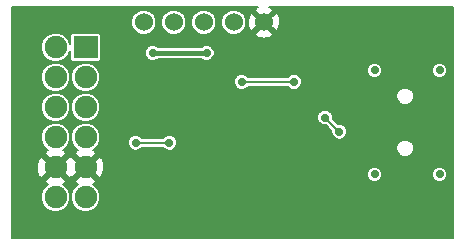
<source format=gbr>
G04 #@! TF.FileFunction,Copper,L2,Bot,Signal*
%FSLAX46Y46*%
G04 Gerber Fmt 4.6, Leading zero omitted, Abs format (unit mm)*
G04 Created by KiCad (PCBNEW 4.0.2+dfsg1-stable) date mar. 12 sept. 2017 13:22:42 CEST*
%MOMM*%
G01*
G04 APERTURE LIST*
%ADD10C,0.100000*%
%ADD11R,2.000000X1.900000*%
%ADD12C,1.900000*%
%ADD13C,1.524000*%
%ADD14C,0.711200*%
%ADD15C,0.304800*%
%ADD16C,0.203200*%
%ADD17C,0.406400*%
%ADD18C,0.200000*%
G04 APERTURE END LIST*
D10*
D11*
X129680000Y-98650000D03*
D12*
X129680000Y-101190000D03*
X129680000Y-103730000D03*
X129680000Y-106270000D03*
X129680000Y-108810000D03*
X129680000Y-111350000D03*
X127140000Y-98650000D03*
X127140000Y-101190000D03*
X127140000Y-103730000D03*
X127140000Y-106270000D03*
X127140000Y-108810000D03*
X127140000Y-111350000D03*
D13*
X134620000Y-96520000D03*
X137160000Y-96520000D03*
X139700000Y-96520000D03*
X142240000Y-96520000D03*
X144780000Y-96520000D03*
D14*
X142150000Y-105000000D03*
X145669000Y-105968800D03*
X151375000Y-100775000D03*
X130125000Y-113800000D03*
X152150000Y-103400000D03*
X148000000Y-103875000D03*
X144500000Y-98125000D03*
X136275000Y-105300000D03*
X135375000Y-99125000D03*
X139950000Y-99125000D03*
X154150000Y-109400000D03*
X159650000Y-109400000D03*
X159650000Y-100600000D03*
X154150000Y-100600000D03*
X151150000Y-105800000D03*
X149950000Y-104600000D03*
X133925000Y-106725000D03*
X136775000Y-106725000D03*
X142900000Y-101575000D03*
X147325000Y-101575000D03*
D15*
X142150000Y-105000000D02*
X144700200Y-105000000D01*
X144700200Y-105000000D02*
X145669000Y-105968800D01*
D16*
X136275000Y-105300000D02*
X137675000Y-105300000D01*
X137675000Y-105300000D02*
X137975000Y-105000000D01*
X142150000Y-105000000D02*
X137975000Y-105000000D01*
D15*
X145669000Y-105968800D02*
X147091400Y-105968800D01*
X148000000Y-105060200D02*
X148000000Y-103875000D01*
X147091400Y-105968800D02*
X148000000Y-105060200D01*
X151375000Y-100775000D02*
X151375000Y-99432000D01*
X146761200Y-98501200D02*
X144780000Y-96520000D01*
X150444200Y-98501200D02*
X146761200Y-98501200D01*
X151375000Y-99432000D02*
X150444200Y-98501200D01*
X152150000Y-103400000D02*
X152150000Y-101550000D01*
X152150000Y-101550000D02*
X151375000Y-100775000D01*
X136275000Y-105300000D02*
X136275000Y-104100000D01*
X139600000Y-103025000D02*
X144500000Y-98125000D01*
X137350000Y-103025000D02*
X139600000Y-103025000D01*
X136275000Y-104100000D02*
X137350000Y-103025000D01*
X130125000Y-113800000D02*
X130850000Y-113800000D01*
X131400000Y-110530000D02*
X129680000Y-108810000D01*
X131400000Y-113250000D02*
X131400000Y-110530000D01*
X130850000Y-113800000D02*
X131400000Y-113250000D01*
X152150000Y-103400000D02*
X149750000Y-103400000D01*
X149275000Y-103875000D02*
X148000000Y-103875000D01*
X149750000Y-103400000D02*
X149275000Y-103875000D01*
D16*
X136275000Y-105300000D02*
X133190000Y-105300000D01*
X133190000Y-105300000D02*
X129680000Y-108810000D01*
D17*
X135375000Y-99125000D02*
X139950000Y-99125000D01*
D16*
X151150000Y-105800000D02*
X149950000Y-104600000D01*
X133925000Y-106725000D02*
X136775000Y-106725000D01*
X147325000Y-101575000D02*
X142900000Y-101575000D01*
D18*
G36*
X144088551Y-95306302D02*
X144015421Y-95537632D01*
X144780000Y-96302211D01*
X145544579Y-95537632D01*
X145471449Y-95306302D01*
X145197310Y-95215000D01*
X160825000Y-95215000D01*
X160825000Y-114785000D01*
X123475000Y-114785000D01*
X123475000Y-111597550D01*
X125889783Y-111597550D01*
X126079684Y-112057143D01*
X126431007Y-112409081D01*
X126890269Y-112599783D01*
X127387550Y-112600217D01*
X127847143Y-112410316D01*
X128199081Y-112058993D01*
X128389783Y-111599731D01*
X128389784Y-111597550D01*
X128429783Y-111597550D01*
X128619684Y-112057143D01*
X128971007Y-112409081D01*
X129430269Y-112599783D01*
X129927550Y-112600217D01*
X130387143Y-112410316D01*
X130739081Y-112058993D01*
X130929783Y-111599731D01*
X130930217Y-111102450D01*
X130740316Y-110642857D01*
X130388993Y-110290919D01*
X130302601Y-110255046D01*
X130484724Y-110179608D01*
X130581027Y-109928815D01*
X129680000Y-109027789D01*
X128778973Y-109928815D01*
X128875276Y-110179608D01*
X129072861Y-110248363D01*
X128972857Y-110289684D01*
X128620919Y-110641007D01*
X128430217Y-111100269D01*
X128429783Y-111597550D01*
X128389784Y-111597550D01*
X128390217Y-111102450D01*
X128200316Y-110642857D01*
X127848993Y-110290919D01*
X127762601Y-110255046D01*
X127944724Y-110179608D01*
X128041027Y-109928815D01*
X127140000Y-109027789D01*
X126238973Y-109928815D01*
X126335276Y-110179608D01*
X126532861Y-110248363D01*
X126432857Y-110289684D01*
X126080919Y-110641007D01*
X125890217Y-111100269D01*
X125889783Y-111597550D01*
X123475000Y-111597550D01*
X123475000Y-108590658D01*
X125566692Y-108590658D01*
X125602514Y-109209433D01*
X125770392Y-109614724D01*
X126021185Y-109711027D01*
X126922211Y-108810000D01*
X127357789Y-108810000D01*
X128258815Y-109711027D01*
X128410000Y-109652973D01*
X128561185Y-109711027D01*
X129462211Y-108810000D01*
X129897789Y-108810000D01*
X130798815Y-109711027D01*
X131049608Y-109614724D01*
X131079147Y-109529835D01*
X153494286Y-109529835D01*
X153593885Y-109770882D01*
X153778148Y-109955467D01*
X154019021Y-110055486D01*
X154279835Y-110055714D01*
X154520882Y-109956115D01*
X154705467Y-109771852D01*
X154805486Y-109530979D01*
X154805487Y-109529835D01*
X158994286Y-109529835D01*
X159093885Y-109770882D01*
X159278148Y-109955467D01*
X159519021Y-110055486D01*
X159779835Y-110055714D01*
X160020882Y-109956115D01*
X160205467Y-109771852D01*
X160305486Y-109530979D01*
X160305714Y-109270165D01*
X160206115Y-109029118D01*
X160021852Y-108844533D01*
X159780979Y-108744514D01*
X159520165Y-108744286D01*
X159279118Y-108843885D01*
X159094533Y-109028148D01*
X158994514Y-109269021D01*
X158994286Y-109529835D01*
X154805487Y-109529835D01*
X154805714Y-109270165D01*
X154706115Y-109029118D01*
X154521852Y-108844533D01*
X154280979Y-108744514D01*
X154020165Y-108744286D01*
X153779118Y-108843885D01*
X153594533Y-109028148D01*
X153494514Y-109269021D01*
X153494286Y-109529835D01*
X131079147Y-109529835D01*
X131253308Y-109029342D01*
X131217486Y-108410567D01*
X131049608Y-108005276D01*
X130798815Y-107908973D01*
X129897789Y-108810000D01*
X129462211Y-108810000D01*
X128561185Y-107908973D01*
X128410000Y-107967027D01*
X128258815Y-107908973D01*
X127357789Y-108810000D01*
X126922211Y-108810000D01*
X126021185Y-107908973D01*
X125770392Y-108005276D01*
X125566692Y-108590658D01*
X123475000Y-108590658D01*
X123475000Y-106517550D01*
X125889783Y-106517550D01*
X126079684Y-106977143D01*
X126431007Y-107329081D01*
X126517399Y-107364954D01*
X126335276Y-107440392D01*
X126238973Y-107691185D01*
X127140000Y-108592211D01*
X128041027Y-107691185D01*
X127944724Y-107440392D01*
X127747139Y-107371637D01*
X127847143Y-107330316D01*
X128199081Y-106978993D01*
X128389783Y-106519731D01*
X128389784Y-106517550D01*
X128429783Y-106517550D01*
X128619684Y-106977143D01*
X128971007Y-107329081D01*
X129057399Y-107364954D01*
X128875276Y-107440392D01*
X128778973Y-107691185D01*
X129680000Y-108592211D01*
X130581027Y-107691185D01*
X130484724Y-107440392D01*
X130287139Y-107371637D01*
X130387143Y-107330316D01*
X130739081Y-106978993D01*
X130790635Y-106854835D01*
X133269286Y-106854835D01*
X133368885Y-107095882D01*
X133553148Y-107280467D01*
X133794021Y-107380486D01*
X134054835Y-107380714D01*
X134295882Y-107281115D01*
X134450667Y-107126600D01*
X136249549Y-107126600D01*
X136403148Y-107280467D01*
X136644021Y-107380486D01*
X136904835Y-107380714D01*
X136982725Y-107348530D01*
X155999870Y-107348530D01*
X156113811Y-107624286D01*
X156324605Y-107835448D01*
X156600161Y-107949869D01*
X156898530Y-107950130D01*
X157174286Y-107836189D01*
X157385448Y-107625395D01*
X157499869Y-107349839D01*
X157500130Y-107051470D01*
X157386189Y-106775714D01*
X157175395Y-106564552D01*
X156899839Y-106450131D01*
X156601470Y-106449870D01*
X156325714Y-106563811D01*
X156114552Y-106774605D01*
X156000131Y-107050161D01*
X155999870Y-107348530D01*
X136982725Y-107348530D01*
X137145882Y-107281115D01*
X137330467Y-107096852D01*
X137430486Y-106855979D01*
X137430714Y-106595165D01*
X137331115Y-106354118D01*
X137146852Y-106169533D01*
X136905979Y-106069514D01*
X136645165Y-106069286D01*
X136404118Y-106168885D01*
X136249333Y-106323400D01*
X134450451Y-106323400D01*
X134296852Y-106169533D01*
X134055979Y-106069514D01*
X133795165Y-106069286D01*
X133554118Y-106168885D01*
X133369533Y-106353148D01*
X133269514Y-106594021D01*
X133269286Y-106854835D01*
X130790635Y-106854835D01*
X130929783Y-106519731D01*
X130930217Y-106022450D01*
X130740316Y-105562857D01*
X130388993Y-105210919D01*
X129929731Y-105020217D01*
X129432450Y-105019783D01*
X128972857Y-105209684D01*
X128620919Y-105561007D01*
X128430217Y-106020269D01*
X128429783Y-106517550D01*
X128389784Y-106517550D01*
X128390217Y-106022450D01*
X128200316Y-105562857D01*
X127848993Y-105210919D01*
X127389731Y-105020217D01*
X126892450Y-105019783D01*
X126432857Y-105209684D01*
X126080919Y-105561007D01*
X125890217Y-106020269D01*
X125889783Y-106517550D01*
X123475000Y-106517550D01*
X123475000Y-103977550D01*
X125889783Y-103977550D01*
X126079684Y-104437143D01*
X126431007Y-104789081D01*
X126890269Y-104979783D01*
X127387550Y-104980217D01*
X127847143Y-104790316D01*
X128199081Y-104438993D01*
X128389783Y-103979731D01*
X128389784Y-103977550D01*
X128429783Y-103977550D01*
X128619684Y-104437143D01*
X128971007Y-104789081D01*
X129430269Y-104979783D01*
X129927550Y-104980217D01*
X130387143Y-104790316D01*
X130447729Y-104729835D01*
X149294286Y-104729835D01*
X149393885Y-104970882D01*
X149578148Y-105155467D01*
X149819021Y-105255486D01*
X150037729Y-105255677D01*
X150494476Y-105712424D01*
X150494286Y-105929835D01*
X150593885Y-106170882D01*
X150778148Y-106355467D01*
X151019021Y-106455486D01*
X151279835Y-106455714D01*
X151520882Y-106356115D01*
X151705467Y-106171852D01*
X151805486Y-105930979D01*
X151805714Y-105670165D01*
X151706115Y-105429118D01*
X151521852Y-105244533D01*
X151280979Y-105144514D01*
X151062271Y-105144323D01*
X150605524Y-104687576D01*
X150605714Y-104470165D01*
X150506115Y-104229118D01*
X150321852Y-104044533D01*
X150080979Y-103944514D01*
X149820165Y-103944286D01*
X149579118Y-104043885D01*
X149394533Y-104228148D01*
X149294514Y-104469021D01*
X149294286Y-104729835D01*
X130447729Y-104729835D01*
X130739081Y-104438993D01*
X130929783Y-103979731D01*
X130930217Y-103482450D01*
X130740316Y-103022857D01*
X130666119Y-102948530D01*
X155999870Y-102948530D01*
X156113811Y-103224286D01*
X156324605Y-103435448D01*
X156600161Y-103549869D01*
X156898530Y-103550130D01*
X157174286Y-103436189D01*
X157385448Y-103225395D01*
X157499869Y-102949839D01*
X157500130Y-102651470D01*
X157386189Y-102375714D01*
X157175395Y-102164552D01*
X156899839Y-102050131D01*
X156601470Y-102049870D01*
X156325714Y-102163811D01*
X156114552Y-102374605D01*
X156000131Y-102650161D01*
X155999870Y-102948530D01*
X130666119Y-102948530D01*
X130388993Y-102670919D01*
X129929731Y-102480217D01*
X129432450Y-102479783D01*
X128972857Y-102669684D01*
X128620919Y-103021007D01*
X128430217Y-103480269D01*
X128429783Y-103977550D01*
X128389784Y-103977550D01*
X128390217Y-103482450D01*
X128200316Y-103022857D01*
X127848993Y-102670919D01*
X127389731Y-102480217D01*
X126892450Y-102479783D01*
X126432857Y-102669684D01*
X126080919Y-103021007D01*
X125890217Y-103480269D01*
X125889783Y-103977550D01*
X123475000Y-103977550D01*
X123475000Y-101437550D01*
X125889783Y-101437550D01*
X126079684Y-101897143D01*
X126431007Y-102249081D01*
X126890269Y-102439783D01*
X127387550Y-102440217D01*
X127847143Y-102250316D01*
X128199081Y-101898993D01*
X128389783Y-101439731D01*
X128389784Y-101437550D01*
X128429783Y-101437550D01*
X128619684Y-101897143D01*
X128971007Y-102249081D01*
X129430269Y-102439783D01*
X129927550Y-102440217D01*
X130387143Y-102250316D01*
X130739081Y-101898993D01*
X130819702Y-101704835D01*
X142244286Y-101704835D01*
X142343885Y-101945882D01*
X142528148Y-102130467D01*
X142769021Y-102230486D01*
X143029835Y-102230714D01*
X143270882Y-102131115D01*
X143425667Y-101976600D01*
X146799549Y-101976600D01*
X146953148Y-102130467D01*
X147194021Y-102230486D01*
X147454835Y-102230714D01*
X147695882Y-102131115D01*
X147880467Y-101946852D01*
X147980486Y-101705979D01*
X147980714Y-101445165D01*
X147881115Y-101204118D01*
X147696852Y-101019533D01*
X147455979Y-100919514D01*
X147195165Y-100919286D01*
X146954118Y-101018885D01*
X146799333Y-101173400D01*
X143425451Y-101173400D01*
X143271852Y-101019533D01*
X143030979Y-100919514D01*
X142770165Y-100919286D01*
X142529118Y-101018885D01*
X142344533Y-101203148D01*
X142244514Y-101444021D01*
X142244286Y-101704835D01*
X130819702Y-101704835D01*
X130929783Y-101439731D01*
X130930217Y-100942450D01*
X130842366Y-100729835D01*
X153494286Y-100729835D01*
X153593885Y-100970882D01*
X153778148Y-101155467D01*
X154019021Y-101255486D01*
X154279835Y-101255714D01*
X154520882Y-101156115D01*
X154705467Y-100971852D01*
X154805486Y-100730979D01*
X154805487Y-100729835D01*
X158994286Y-100729835D01*
X159093885Y-100970882D01*
X159278148Y-101155467D01*
X159519021Y-101255486D01*
X159779835Y-101255714D01*
X160020882Y-101156115D01*
X160205467Y-100971852D01*
X160305486Y-100730979D01*
X160305714Y-100470165D01*
X160206115Y-100229118D01*
X160021852Y-100044533D01*
X159780979Y-99944514D01*
X159520165Y-99944286D01*
X159279118Y-100043885D01*
X159094533Y-100228148D01*
X158994514Y-100469021D01*
X158994286Y-100729835D01*
X154805487Y-100729835D01*
X154805714Y-100470165D01*
X154706115Y-100229118D01*
X154521852Y-100044533D01*
X154280979Y-99944514D01*
X154020165Y-99944286D01*
X153779118Y-100043885D01*
X153594533Y-100228148D01*
X153494514Y-100469021D01*
X153494286Y-100729835D01*
X130842366Y-100729835D01*
X130740316Y-100482857D01*
X130388993Y-100130919D01*
X129929731Y-99940217D01*
X129432450Y-99939783D01*
X128972857Y-100129684D01*
X128620919Y-100481007D01*
X128430217Y-100940269D01*
X128429783Y-101437550D01*
X128389784Y-101437550D01*
X128390217Y-100942450D01*
X128200316Y-100482857D01*
X127848993Y-100130919D01*
X127389731Y-99940217D01*
X126892450Y-99939783D01*
X126432857Y-100129684D01*
X126080919Y-100481007D01*
X125890217Y-100940269D01*
X125889783Y-101437550D01*
X123475000Y-101437550D01*
X123475000Y-98897550D01*
X125889783Y-98897550D01*
X126079684Y-99357143D01*
X126431007Y-99709081D01*
X126890269Y-99899783D01*
X127387550Y-99900217D01*
X127847143Y-99710316D01*
X128199081Y-99358993D01*
X128374123Y-98937445D01*
X128374123Y-99600000D01*
X128395042Y-99711173D01*
X128460745Y-99813279D01*
X128560997Y-99881778D01*
X128680000Y-99905877D01*
X130680000Y-99905877D01*
X130791173Y-99884958D01*
X130893279Y-99819255D01*
X130961778Y-99719003D01*
X130985877Y-99600000D01*
X130985877Y-99254835D01*
X134719286Y-99254835D01*
X134818885Y-99495882D01*
X135003148Y-99680467D01*
X135244021Y-99780486D01*
X135504835Y-99780714D01*
X135745882Y-99681115D01*
X135798889Y-99628200D01*
X139525972Y-99628200D01*
X139578148Y-99680467D01*
X139819021Y-99780486D01*
X140079835Y-99780714D01*
X140320882Y-99681115D01*
X140505467Y-99496852D01*
X140605486Y-99255979D01*
X140605714Y-98995165D01*
X140506115Y-98754118D01*
X140321852Y-98569533D01*
X140080979Y-98469514D01*
X139820165Y-98469286D01*
X139579118Y-98568885D01*
X139526111Y-98621800D01*
X135799028Y-98621800D01*
X135746852Y-98569533D01*
X135505979Y-98469514D01*
X135245165Y-98469286D01*
X135004118Y-98568885D01*
X134819533Y-98753148D01*
X134719514Y-98994021D01*
X134719286Y-99254835D01*
X130985877Y-99254835D01*
X130985877Y-97700000D01*
X130964958Y-97588827D01*
X130899255Y-97486721D01*
X130799003Y-97418222D01*
X130680000Y-97394123D01*
X128680000Y-97394123D01*
X128568827Y-97415042D01*
X128466721Y-97480745D01*
X128398222Y-97580997D01*
X128374123Y-97700000D01*
X128374123Y-98363500D01*
X128200316Y-97942857D01*
X127848993Y-97590919D01*
X127389731Y-97400217D01*
X126892450Y-97399783D01*
X126432857Y-97589684D01*
X126080919Y-97941007D01*
X125890217Y-98400269D01*
X125889783Y-98897550D01*
X123475000Y-98897550D01*
X123475000Y-96730318D01*
X133557816Y-96730318D01*
X133719155Y-97120789D01*
X134017640Y-97419795D01*
X134407828Y-97581815D01*
X134830318Y-97582184D01*
X135220789Y-97420845D01*
X135519795Y-97122360D01*
X135681815Y-96732172D01*
X135681816Y-96730318D01*
X136097816Y-96730318D01*
X136259155Y-97120789D01*
X136557640Y-97419795D01*
X136947828Y-97581815D01*
X137370318Y-97582184D01*
X137760789Y-97420845D01*
X138059795Y-97122360D01*
X138221815Y-96732172D01*
X138221816Y-96730318D01*
X138637816Y-96730318D01*
X138799155Y-97120789D01*
X139097640Y-97419795D01*
X139487828Y-97581815D01*
X139910318Y-97582184D01*
X140300789Y-97420845D01*
X140599795Y-97122360D01*
X140761815Y-96732172D01*
X140761816Y-96730318D01*
X141177816Y-96730318D01*
X141339155Y-97120789D01*
X141637640Y-97419795D01*
X142027828Y-97581815D01*
X142450318Y-97582184D01*
X142643487Y-97502368D01*
X144015421Y-97502368D01*
X144088551Y-97733698D01*
X144605647Y-97905917D01*
X145149287Y-97867142D01*
X145471449Y-97733698D01*
X145544579Y-97502368D01*
X144780000Y-96737789D01*
X144015421Y-97502368D01*
X142643487Y-97502368D01*
X142840789Y-97420845D01*
X143139795Y-97122360D01*
X143301815Y-96732172D01*
X143302152Y-96345647D01*
X143394083Y-96345647D01*
X143432858Y-96889287D01*
X143566302Y-97211449D01*
X143797632Y-97284579D01*
X144562211Y-96520000D01*
X144997789Y-96520000D01*
X145762368Y-97284579D01*
X145993698Y-97211449D01*
X146165917Y-96694353D01*
X146127142Y-96150713D01*
X145993698Y-95828551D01*
X145762368Y-95755421D01*
X144997789Y-96520000D01*
X144562211Y-96520000D01*
X143797632Y-95755421D01*
X143566302Y-95828551D01*
X143394083Y-96345647D01*
X143302152Y-96345647D01*
X143302184Y-96309682D01*
X143140845Y-95919211D01*
X142842360Y-95620205D01*
X142452172Y-95458185D01*
X142029682Y-95457816D01*
X141639211Y-95619155D01*
X141340205Y-95917640D01*
X141178185Y-96307828D01*
X141177816Y-96730318D01*
X140761816Y-96730318D01*
X140762184Y-96309682D01*
X140600845Y-95919211D01*
X140302360Y-95620205D01*
X139912172Y-95458185D01*
X139489682Y-95457816D01*
X139099211Y-95619155D01*
X138800205Y-95917640D01*
X138638185Y-96307828D01*
X138637816Y-96730318D01*
X138221816Y-96730318D01*
X138222184Y-96309682D01*
X138060845Y-95919211D01*
X137762360Y-95620205D01*
X137372172Y-95458185D01*
X136949682Y-95457816D01*
X136559211Y-95619155D01*
X136260205Y-95917640D01*
X136098185Y-96307828D01*
X136097816Y-96730318D01*
X135681816Y-96730318D01*
X135682184Y-96309682D01*
X135520845Y-95919211D01*
X135222360Y-95620205D01*
X134832172Y-95458185D01*
X134409682Y-95457816D01*
X134019211Y-95619155D01*
X133720205Y-95917640D01*
X133558185Y-96307828D01*
X133557816Y-96730318D01*
X123475000Y-96730318D01*
X123475000Y-95215000D01*
X144308973Y-95215000D01*
X144088551Y-95306302D01*
X144088551Y-95306302D01*
G37*
X144088551Y-95306302D02*
X144015421Y-95537632D01*
X144780000Y-96302211D01*
X145544579Y-95537632D01*
X145471449Y-95306302D01*
X145197310Y-95215000D01*
X160825000Y-95215000D01*
X160825000Y-114785000D01*
X123475000Y-114785000D01*
X123475000Y-111597550D01*
X125889783Y-111597550D01*
X126079684Y-112057143D01*
X126431007Y-112409081D01*
X126890269Y-112599783D01*
X127387550Y-112600217D01*
X127847143Y-112410316D01*
X128199081Y-112058993D01*
X128389783Y-111599731D01*
X128389784Y-111597550D01*
X128429783Y-111597550D01*
X128619684Y-112057143D01*
X128971007Y-112409081D01*
X129430269Y-112599783D01*
X129927550Y-112600217D01*
X130387143Y-112410316D01*
X130739081Y-112058993D01*
X130929783Y-111599731D01*
X130930217Y-111102450D01*
X130740316Y-110642857D01*
X130388993Y-110290919D01*
X130302601Y-110255046D01*
X130484724Y-110179608D01*
X130581027Y-109928815D01*
X129680000Y-109027789D01*
X128778973Y-109928815D01*
X128875276Y-110179608D01*
X129072861Y-110248363D01*
X128972857Y-110289684D01*
X128620919Y-110641007D01*
X128430217Y-111100269D01*
X128429783Y-111597550D01*
X128389784Y-111597550D01*
X128390217Y-111102450D01*
X128200316Y-110642857D01*
X127848993Y-110290919D01*
X127762601Y-110255046D01*
X127944724Y-110179608D01*
X128041027Y-109928815D01*
X127140000Y-109027789D01*
X126238973Y-109928815D01*
X126335276Y-110179608D01*
X126532861Y-110248363D01*
X126432857Y-110289684D01*
X126080919Y-110641007D01*
X125890217Y-111100269D01*
X125889783Y-111597550D01*
X123475000Y-111597550D01*
X123475000Y-108590658D01*
X125566692Y-108590658D01*
X125602514Y-109209433D01*
X125770392Y-109614724D01*
X126021185Y-109711027D01*
X126922211Y-108810000D01*
X127357789Y-108810000D01*
X128258815Y-109711027D01*
X128410000Y-109652973D01*
X128561185Y-109711027D01*
X129462211Y-108810000D01*
X129897789Y-108810000D01*
X130798815Y-109711027D01*
X131049608Y-109614724D01*
X131079147Y-109529835D01*
X153494286Y-109529835D01*
X153593885Y-109770882D01*
X153778148Y-109955467D01*
X154019021Y-110055486D01*
X154279835Y-110055714D01*
X154520882Y-109956115D01*
X154705467Y-109771852D01*
X154805486Y-109530979D01*
X154805487Y-109529835D01*
X158994286Y-109529835D01*
X159093885Y-109770882D01*
X159278148Y-109955467D01*
X159519021Y-110055486D01*
X159779835Y-110055714D01*
X160020882Y-109956115D01*
X160205467Y-109771852D01*
X160305486Y-109530979D01*
X160305714Y-109270165D01*
X160206115Y-109029118D01*
X160021852Y-108844533D01*
X159780979Y-108744514D01*
X159520165Y-108744286D01*
X159279118Y-108843885D01*
X159094533Y-109028148D01*
X158994514Y-109269021D01*
X158994286Y-109529835D01*
X154805487Y-109529835D01*
X154805714Y-109270165D01*
X154706115Y-109029118D01*
X154521852Y-108844533D01*
X154280979Y-108744514D01*
X154020165Y-108744286D01*
X153779118Y-108843885D01*
X153594533Y-109028148D01*
X153494514Y-109269021D01*
X153494286Y-109529835D01*
X131079147Y-109529835D01*
X131253308Y-109029342D01*
X131217486Y-108410567D01*
X131049608Y-108005276D01*
X130798815Y-107908973D01*
X129897789Y-108810000D01*
X129462211Y-108810000D01*
X128561185Y-107908973D01*
X128410000Y-107967027D01*
X128258815Y-107908973D01*
X127357789Y-108810000D01*
X126922211Y-108810000D01*
X126021185Y-107908973D01*
X125770392Y-108005276D01*
X125566692Y-108590658D01*
X123475000Y-108590658D01*
X123475000Y-106517550D01*
X125889783Y-106517550D01*
X126079684Y-106977143D01*
X126431007Y-107329081D01*
X126517399Y-107364954D01*
X126335276Y-107440392D01*
X126238973Y-107691185D01*
X127140000Y-108592211D01*
X128041027Y-107691185D01*
X127944724Y-107440392D01*
X127747139Y-107371637D01*
X127847143Y-107330316D01*
X128199081Y-106978993D01*
X128389783Y-106519731D01*
X128389784Y-106517550D01*
X128429783Y-106517550D01*
X128619684Y-106977143D01*
X128971007Y-107329081D01*
X129057399Y-107364954D01*
X128875276Y-107440392D01*
X128778973Y-107691185D01*
X129680000Y-108592211D01*
X130581027Y-107691185D01*
X130484724Y-107440392D01*
X130287139Y-107371637D01*
X130387143Y-107330316D01*
X130739081Y-106978993D01*
X130790635Y-106854835D01*
X133269286Y-106854835D01*
X133368885Y-107095882D01*
X133553148Y-107280467D01*
X133794021Y-107380486D01*
X134054835Y-107380714D01*
X134295882Y-107281115D01*
X134450667Y-107126600D01*
X136249549Y-107126600D01*
X136403148Y-107280467D01*
X136644021Y-107380486D01*
X136904835Y-107380714D01*
X136982725Y-107348530D01*
X155999870Y-107348530D01*
X156113811Y-107624286D01*
X156324605Y-107835448D01*
X156600161Y-107949869D01*
X156898530Y-107950130D01*
X157174286Y-107836189D01*
X157385448Y-107625395D01*
X157499869Y-107349839D01*
X157500130Y-107051470D01*
X157386189Y-106775714D01*
X157175395Y-106564552D01*
X156899839Y-106450131D01*
X156601470Y-106449870D01*
X156325714Y-106563811D01*
X156114552Y-106774605D01*
X156000131Y-107050161D01*
X155999870Y-107348530D01*
X136982725Y-107348530D01*
X137145882Y-107281115D01*
X137330467Y-107096852D01*
X137430486Y-106855979D01*
X137430714Y-106595165D01*
X137331115Y-106354118D01*
X137146852Y-106169533D01*
X136905979Y-106069514D01*
X136645165Y-106069286D01*
X136404118Y-106168885D01*
X136249333Y-106323400D01*
X134450451Y-106323400D01*
X134296852Y-106169533D01*
X134055979Y-106069514D01*
X133795165Y-106069286D01*
X133554118Y-106168885D01*
X133369533Y-106353148D01*
X133269514Y-106594021D01*
X133269286Y-106854835D01*
X130790635Y-106854835D01*
X130929783Y-106519731D01*
X130930217Y-106022450D01*
X130740316Y-105562857D01*
X130388993Y-105210919D01*
X129929731Y-105020217D01*
X129432450Y-105019783D01*
X128972857Y-105209684D01*
X128620919Y-105561007D01*
X128430217Y-106020269D01*
X128429783Y-106517550D01*
X128389784Y-106517550D01*
X128390217Y-106022450D01*
X128200316Y-105562857D01*
X127848993Y-105210919D01*
X127389731Y-105020217D01*
X126892450Y-105019783D01*
X126432857Y-105209684D01*
X126080919Y-105561007D01*
X125890217Y-106020269D01*
X125889783Y-106517550D01*
X123475000Y-106517550D01*
X123475000Y-103977550D01*
X125889783Y-103977550D01*
X126079684Y-104437143D01*
X126431007Y-104789081D01*
X126890269Y-104979783D01*
X127387550Y-104980217D01*
X127847143Y-104790316D01*
X128199081Y-104438993D01*
X128389783Y-103979731D01*
X128389784Y-103977550D01*
X128429783Y-103977550D01*
X128619684Y-104437143D01*
X128971007Y-104789081D01*
X129430269Y-104979783D01*
X129927550Y-104980217D01*
X130387143Y-104790316D01*
X130447729Y-104729835D01*
X149294286Y-104729835D01*
X149393885Y-104970882D01*
X149578148Y-105155467D01*
X149819021Y-105255486D01*
X150037729Y-105255677D01*
X150494476Y-105712424D01*
X150494286Y-105929835D01*
X150593885Y-106170882D01*
X150778148Y-106355467D01*
X151019021Y-106455486D01*
X151279835Y-106455714D01*
X151520882Y-106356115D01*
X151705467Y-106171852D01*
X151805486Y-105930979D01*
X151805714Y-105670165D01*
X151706115Y-105429118D01*
X151521852Y-105244533D01*
X151280979Y-105144514D01*
X151062271Y-105144323D01*
X150605524Y-104687576D01*
X150605714Y-104470165D01*
X150506115Y-104229118D01*
X150321852Y-104044533D01*
X150080979Y-103944514D01*
X149820165Y-103944286D01*
X149579118Y-104043885D01*
X149394533Y-104228148D01*
X149294514Y-104469021D01*
X149294286Y-104729835D01*
X130447729Y-104729835D01*
X130739081Y-104438993D01*
X130929783Y-103979731D01*
X130930217Y-103482450D01*
X130740316Y-103022857D01*
X130666119Y-102948530D01*
X155999870Y-102948530D01*
X156113811Y-103224286D01*
X156324605Y-103435448D01*
X156600161Y-103549869D01*
X156898530Y-103550130D01*
X157174286Y-103436189D01*
X157385448Y-103225395D01*
X157499869Y-102949839D01*
X157500130Y-102651470D01*
X157386189Y-102375714D01*
X157175395Y-102164552D01*
X156899839Y-102050131D01*
X156601470Y-102049870D01*
X156325714Y-102163811D01*
X156114552Y-102374605D01*
X156000131Y-102650161D01*
X155999870Y-102948530D01*
X130666119Y-102948530D01*
X130388993Y-102670919D01*
X129929731Y-102480217D01*
X129432450Y-102479783D01*
X128972857Y-102669684D01*
X128620919Y-103021007D01*
X128430217Y-103480269D01*
X128429783Y-103977550D01*
X128389784Y-103977550D01*
X128390217Y-103482450D01*
X128200316Y-103022857D01*
X127848993Y-102670919D01*
X127389731Y-102480217D01*
X126892450Y-102479783D01*
X126432857Y-102669684D01*
X126080919Y-103021007D01*
X125890217Y-103480269D01*
X125889783Y-103977550D01*
X123475000Y-103977550D01*
X123475000Y-101437550D01*
X125889783Y-101437550D01*
X126079684Y-101897143D01*
X126431007Y-102249081D01*
X126890269Y-102439783D01*
X127387550Y-102440217D01*
X127847143Y-102250316D01*
X128199081Y-101898993D01*
X128389783Y-101439731D01*
X128389784Y-101437550D01*
X128429783Y-101437550D01*
X128619684Y-101897143D01*
X128971007Y-102249081D01*
X129430269Y-102439783D01*
X129927550Y-102440217D01*
X130387143Y-102250316D01*
X130739081Y-101898993D01*
X130819702Y-101704835D01*
X142244286Y-101704835D01*
X142343885Y-101945882D01*
X142528148Y-102130467D01*
X142769021Y-102230486D01*
X143029835Y-102230714D01*
X143270882Y-102131115D01*
X143425667Y-101976600D01*
X146799549Y-101976600D01*
X146953148Y-102130467D01*
X147194021Y-102230486D01*
X147454835Y-102230714D01*
X147695882Y-102131115D01*
X147880467Y-101946852D01*
X147980486Y-101705979D01*
X147980714Y-101445165D01*
X147881115Y-101204118D01*
X147696852Y-101019533D01*
X147455979Y-100919514D01*
X147195165Y-100919286D01*
X146954118Y-101018885D01*
X146799333Y-101173400D01*
X143425451Y-101173400D01*
X143271852Y-101019533D01*
X143030979Y-100919514D01*
X142770165Y-100919286D01*
X142529118Y-101018885D01*
X142344533Y-101203148D01*
X142244514Y-101444021D01*
X142244286Y-101704835D01*
X130819702Y-101704835D01*
X130929783Y-101439731D01*
X130930217Y-100942450D01*
X130842366Y-100729835D01*
X153494286Y-100729835D01*
X153593885Y-100970882D01*
X153778148Y-101155467D01*
X154019021Y-101255486D01*
X154279835Y-101255714D01*
X154520882Y-101156115D01*
X154705467Y-100971852D01*
X154805486Y-100730979D01*
X154805487Y-100729835D01*
X158994286Y-100729835D01*
X159093885Y-100970882D01*
X159278148Y-101155467D01*
X159519021Y-101255486D01*
X159779835Y-101255714D01*
X160020882Y-101156115D01*
X160205467Y-100971852D01*
X160305486Y-100730979D01*
X160305714Y-100470165D01*
X160206115Y-100229118D01*
X160021852Y-100044533D01*
X159780979Y-99944514D01*
X159520165Y-99944286D01*
X159279118Y-100043885D01*
X159094533Y-100228148D01*
X158994514Y-100469021D01*
X158994286Y-100729835D01*
X154805487Y-100729835D01*
X154805714Y-100470165D01*
X154706115Y-100229118D01*
X154521852Y-100044533D01*
X154280979Y-99944514D01*
X154020165Y-99944286D01*
X153779118Y-100043885D01*
X153594533Y-100228148D01*
X153494514Y-100469021D01*
X153494286Y-100729835D01*
X130842366Y-100729835D01*
X130740316Y-100482857D01*
X130388993Y-100130919D01*
X129929731Y-99940217D01*
X129432450Y-99939783D01*
X128972857Y-100129684D01*
X128620919Y-100481007D01*
X128430217Y-100940269D01*
X128429783Y-101437550D01*
X128389784Y-101437550D01*
X128390217Y-100942450D01*
X128200316Y-100482857D01*
X127848993Y-100130919D01*
X127389731Y-99940217D01*
X126892450Y-99939783D01*
X126432857Y-100129684D01*
X126080919Y-100481007D01*
X125890217Y-100940269D01*
X125889783Y-101437550D01*
X123475000Y-101437550D01*
X123475000Y-98897550D01*
X125889783Y-98897550D01*
X126079684Y-99357143D01*
X126431007Y-99709081D01*
X126890269Y-99899783D01*
X127387550Y-99900217D01*
X127847143Y-99710316D01*
X128199081Y-99358993D01*
X128374123Y-98937445D01*
X128374123Y-99600000D01*
X128395042Y-99711173D01*
X128460745Y-99813279D01*
X128560997Y-99881778D01*
X128680000Y-99905877D01*
X130680000Y-99905877D01*
X130791173Y-99884958D01*
X130893279Y-99819255D01*
X130961778Y-99719003D01*
X130985877Y-99600000D01*
X130985877Y-99254835D01*
X134719286Y-99254835D01*
X134818885Y-99495882D01*
X135003148Y-99680467D01*
X135244021Y-99780486D01*
X135504835Y-99780714D01*
X135745882Y-99681115D01*
X135798889Y-99628200D01*
X139525972Y-99628200D01*
X139578148Y-99680467D01*
X139819021Y-99780486D01*
X140079835Y-99780714D01*
X140320882Y-99681115D01*
X140505467Y-99496852D01*
X140605486Y-99255979D01*
X140605714Y-98995165D01*
X140506115Y-98754118D01*
X140321852Y-98569533D01*
X140080979Y-98469514D01*
X139820165Y-98469286D01*
X139579118Y-98568885D01*
X139526111Y-98621800D01*
X135799028Y-98621800D01*
X135746852Y-98569533D01*
X135505979Y-98469514D01*
X135245165Y-98469286D01*
X135004118Y-98568885D01*
X134819533Y-98753148D01*
X134719514Y-98994021D01*
X134719286Y-99254835D01*
X130985877Y-99254835D01*
X130985877Y-97700000D01*
X130964958Y-97588827D01*
X130899255Y-97486721D01*
X130799003Y-97418222D01*
X130680000Y-97394123D01*
X128680000Y-97394123D01*
X128568827Y-97415042D01*
X128466721Y-97480745D01*
X128398222Y-97580997D01*
X128374123Y-97700000D01*
X128374123Y-98363500D01*
X128200316Y-97942857D01*
X127848993Y-97590919D01*
X127389731Y-97400217D01*
X126892450Y-97399783D01*
X126432857Y-97589684D01*
X126080919Y-97941007D01*
X125890217Y-98400269D01*
X125889783Y-98897550D01*
X123475000Y-98897550D01*
X123475000Y-96730318D01*
X133557816Y-96730318D01*
X133719155Y-97120789D01*
X134017640Y-97419795D01*
X134407828Y-97581815D01*
X134830318Y-97582184D01*
X135220789Y-97420845D01*
X135519795Y-97122360D01*
X135681815Y-96732172D01*
X135681816Y-96730318D01*
X136097816Y-96730318D01*
X136259155Y-97120789D01*
X136557640Y-97419795D01*
X136947828Y-97581815D01*
X137370318Y-97582184D01*
X137760789Y-97420845D01*
X138059795Y-97122360D01*
X138221815Y-96732172D01*
X138221816Y-96730318D01*
X138637816Y-96730318D01*
X138799155Y-97120789D01*
X139097640Y-97419795D01*
X139487828Y-97581815D01*
X139910318Y-97582184D01*
X140300789Y-97420845D01*
X140599795Y-97122360D01*
X140761815Y-96732172D01*
X140761816Y-96730318D01*
X141177816Y-96730318D01*
X141339155Y-97120789D01*
X141637640Y-97419795D01*
X142027828Y-97581815D01*
X142450318Y-97582184D01*
X142643487Y-97502368D01*
X144015421Y-97502368D01*
X144088551Y-97733698D01*
X144605647Y-97905917D01*
X145149287Y-97867142D01*
X145471449Y-97733698D01*
X145544579Y-97502368D01*
X144780000Y-96737789D01*
X144015421Y-97502368D01*
X142643487Y-97502368D01*
X142840789Y-97420845D01*
X143139795Y-97122360D01*
X143301815Y-96732172D01*
X143302152Y-96345647D01*
X143394083Y-96345647D01*
X143432858Y-96889287D01*
X143566302Y-97211449D01*
X143797632Y-97284579D01*
X144562211Y-96520000D01*
X144997789Y-96520000D01*
X145762368Y-97284579D01*
X145993698Y-97211449D01*
X146165917Y-96694353D01*
X146127142Y-96150713D01*
X145993698Y-95828551D01*
X145762368Y-95755421D01*
X144997789Y-96520000D01*
X144562211Y-96520000D01*
X143797632Y-95755421D01*
X143566302Y-95828551D01*
X143394083Y-96345647D01*
X143302152Y-96345647D01*
X143302184Y-96309682D01*
X143140845Y-95919211D01*
X142842360Y-95620205D01*
X142452172Y-95458185D01*
X142029682Y-95457816D01*
X141639211Y-95619155D01*
X141340205Y-95917640D01*
X141178185Y-96307828D01*
X141177816Y-96730318D01*
X140761816Y-96730318D01*
X140762184Y-96309682D01*
X140600845Y-95919211D01*
X140302360Y-95620205D01*
X139912172Y-95458185D01*
X139489682Y-95457816D01*
X139099211Y-95619155D01*
X138800205Y-95917640D01*
X138638185Y-96307828D01*
X138637816Y-96730318D01*
X138221816Y-96730318D01*
X138222184Y-96309682D01*
X138060845Y-95919211D01*
X137762360Y-95620205D01*
X137372172Y-95458185D01*
X136949682Y-95457816D01*
X136559211Y-95619155D01*
X136260205Y-95917640D01*
X136098185Y-96307828D01*
X136097816Y-96730318D01*
X135681816Y-96730318D01*
X135682184Y-96309682D01*
X135520845Y-95919211D01*
X135222360Y-95620205D01*
X134832172Y-95458185D01*
X134409682Y-95457816D01*
X134019211Y-95619155D01*
X133720205Y-95917640D01*
X133558185Y-96307828D01*
X133557816Y-96730318D01*
X123475000Y-96730318D01*
X123475000Y-95215000D01*
X144308973Y-95215000D01*
X144088551Y-95306302D01*
M02*

</source>
